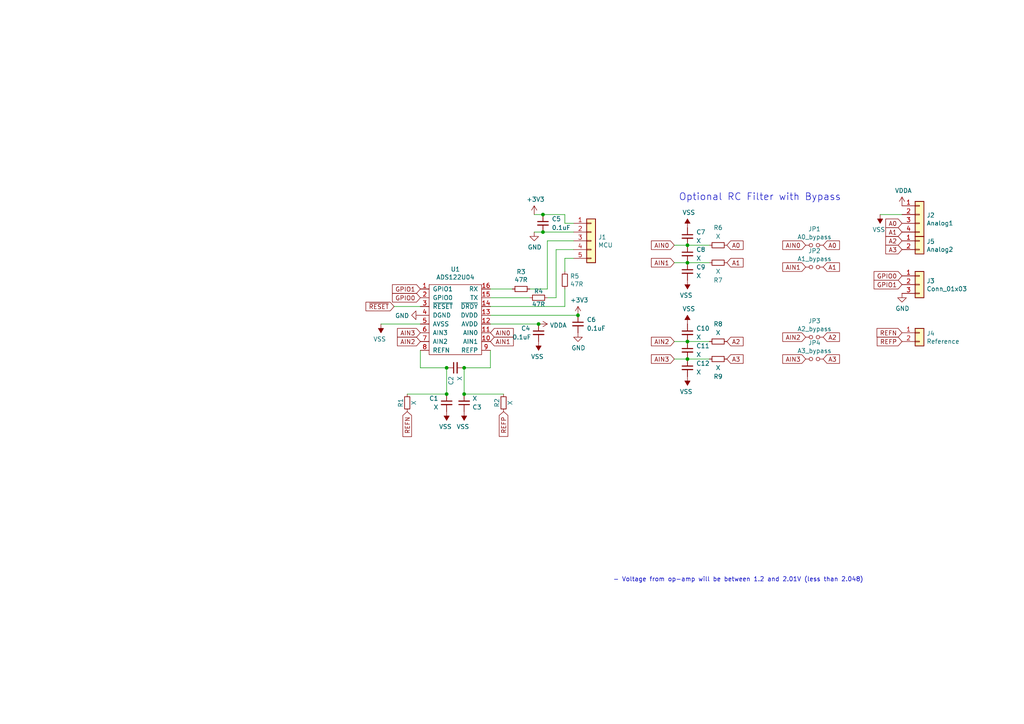
<source format=kicad_sch>
(kicad_sch (version 20230121) (generator eeschema)
  (paper "A4")
  (lib_symbols
    (symbol "Connector_Generic:Conn_01x02" (pin_names (offset 1.016) hide)
      (property "Reference" "J" (at 0 2.54 0))
      (property "Value" "Conn_01x02" (at 0 -5.08 0))
      (symbol "Conn_01x02_1_1"
        (rectangle (start -1.27 -2.413) (end 0 -2.667) (stroke (width 0.1524)))
        (rectangle (start -1.27 0.127) (end 0 -0.127) (stroke (width 0.1524)))
        (rectangle (start -1.27 1.27) (end 1.27 -3.81) (stroke (width 0.254)) (fill (type background)))
        (pin passive line (at -5.08 0 0) (length 3.81) (name "Pin_1") (number "1"))
        (pin passive line (at -5.08 -2.54 0) (length 3.81) (name "Pin_2") (number "2"))
      )
    )
    (symbol "Connector_Generic:Conn_01x03" (pin_names (offset 1.016) hide)
      (property "Reference" "J" (at 0 5.08 0))
      (property "Value" "Conn_01x03" (at 0 -5.08 0))
      (symbol "Conn_01x03_1_1"
        (rectangle (start -1.27 -2.413) (end 0 -2.667) (stroke (width 0.1524)))
        (rectangle (start -1.27 0.127) (end 0 -0.127) (stroke (width 0.1524)))
        (rectangle (start -1.27 2.667) (end 0 2.413) (stroke (width 0.1524)))
        (rectangle (start -1.27 3.81) (end 1.27 -3.81) (stroke (width 0.254)) (fill (type background)))
        (pin passive line (at -5.08 2.54 0) (length 3.81) (name "Pin_1") (number "1"))
        (pin passive line (at -5.08 0 0) (length 3.81) (name "Pin_2") (number "2"))
        (pin passive line (at -5.08 -2.54 0) (length 3.81) (name "Pin_3") (number "3"))
      )
    )
    (symbol "Connector_Generic:Conn_01x04" (pin_names (offset 1.016) hide)
      (property "Reference" "J" (at 0 5.08 0))
      (property "Value" "Conn_01x04" (at 0 -7.62 0))
      (symbol "Conn_01x04_1_1"
        (rectangle (start -1.27 -4.953) (end 0 -5.207) (stroke (width 0.1524)))
        (rectangle (start -1.27 -2.413) (end 0 -2.667) (stroke (width 0.1524)))
        (rectangle (start -1.27 0.127) (end 0 -0.127) (stroke (width 0.1524)))
        (rectangle (start -1.27 2.667) (end 0 2.413) (stroke (width 0.1524)))
        (rectangle (start -1.27 3.81) (end 1.27 -6.35) (stroke (width 0.254)) (fill (type background)))
        (pin passive line (at -5.08 2.54 0) (length 3.81) (name "Pin_1") (number "1"))
        (pin passive line (at -5.08 0 0) (length 3.81) (name "Pin_2") (number "2"))
        (pin passive line (at -5.08 -2.54 0) (length 3.81) (name "Pin_3") (number "3"))
        (pin passive line (at -5.08 -5.08 0) (length 3.81) (name "Pin_4") (number "4"))
      )
    )
    (symbol "Connector_Generic:Conn_01x05" (pin_names (offset 1.016) hide)
      (property "Reference" "J" (at 0 7.62 0))
      (property "Value" "Conn_01x05" (at 0 -7.62 0))
      (symbol "Conn_01x05_1_1"
        (rectangle (start -1.27 -4.953) (end 0 -5.207) (stroke (width 0.1524)))
        (rectangle (start -1.27 -2.413) (end 0 -2.667) (stroke (width 0.1524)))
        (rectangle (start -1.27 0.127) (end 0 -0.127) (stroke (width 0.1524)))
        (rectangle (start -1.27 2.667) (end 0 2.413) (stroke (width 0.1524)))
        (rectangle (start -1.27 5.207) (end 0 4.953) (stroke (width 0.1524)))
        (rectangle (start -1.27 6.35) (end 1.27 -6.35) (stroke (width 0.254)) (fill (type background)))
        (pin passive line (at -5.08 5.08 0) (length 3.81) (name "Pin_1") (number "1"))
        (pin passive line (at -5.08 2.54 0) (length 3.81) (name "Pin_2") (number "2"))
        (pin passive line (at -5.08 0 0) (length 3.81) (name "Pin_3") (number "3"))
        (pin passive line (at -5.08 -2.54 0) (length 3.81) (name "Pin_4") (number "4"))
        (pin passive line (at -5.08 -5.08 0) (length 3.81) (name "Pin_5") (number "5"))
      )
    )
    (symbol "DS2_Addon-rescue:Jumper_NO_Small-Device" (pin_numbers hide) (pin_names (offset 0.762) hide)
      (property "Reference" "JP" (at 0 2.032 0))
      (property "Value" "Jumper_NO_Small-Device" (at 0.254 -1.524 0))
      (symbol "Jumper_NO_Small-Device_0_1"
        (circle (center -1.016 0) (radius 0.508))
        (circle (center 1.016 0) (radius 0.508))
        (pin passive line (at -2.54 0 0) (length 1.016) (name "1") (number "1"))
        (pin passive line (at 2.54 0 180) (length 1.016) (name "2") (number "2"))
      )
    )
    (symbol "DS2_Addon:ADS122U04" (pin_names (offset 1.016))
      (property "Reference" "U" (at 0 8.89 0))
      (property "Value" "ADS122U04" (at 0 -13.97 0))
      (symbol "ADS122U04_0_1"
        (rectangle (start -7.62 7.62) (end 7.62 -12.7))
      )
      (symbol "ADS122U04_1_1"
        (pin input line (at -10.16 6.35 0) (length 2.54) (name "GPIO1") (number "1"))
        (pin input line (at 10.16 -8.89 180) (length 2.54) (name "AIN1") (number "10"))
        (pin input line (at 10.16 -6.35 180) (length 2.54) (name "AIN0") (number "11"))
        (pin input line (at 10.16 -3.81 180) (length 2.54) (name "AVDD") (number "12"))
        (pin input line (at 10.16 -1.27 180) (length 2.54) (name "DVDD") (number "13"))
        (pin input line (at 10.16 1.27 180) (length 2.54) (name "~{DRDY}") (number "14"))
        (pin input line (at 10.16 3.81 180) (length 2.54) (name "TX") (number "15"))
        (pin input line (at 10.16 6.35 180) (length 2.54) (name "RX") (number "16"))
        (pin input line (at -10.16 3.81 0) (length 2.54) (name "GPIO0") (number "2"))
        (pin input line (at -10.16 1.27 0) (length 2.54) (name "~{RESET}") (number "3"))
        (pin input line (at -10.16 -1.27 0) (length 2.54) (name "DGND") (number "4"))
        (pin input line (at -10.16 -3.81 0) (length 2.54) (name "AVSS") (number "5"))
        (pin input line (at -10.16 -6.35 0) (length 2.54) (name "AIN3") (number "6"))
        (pin input line (at -10.16 -8.89 0) (length 2.54) (name "AIN2") (number "7"))
        (pin input line (at -10.16 -11.43 0) (length 2.54) (name "REFN") (number "8"))
        (pin input line (at 10.16 -11.43 180) (length 2.54) (name "REFP") (number "9"))
      )
    )
    (symbol "Device:C_Small" (pin_numbers hide) (pin_names (offset 0.254) hide)
      (property "Reference" "C" (at 0.254 1.778 0))
      (property "Value" "C_Small" (at 0.254 -2.032 0))
      (symbol "C_Small_0_1"
        (polyline (pts (xy -1.524 -0.508) (xy 1.524 -0.508)) (stroke (width 0.3302)))
        (polyline (pts (xy -1.524 0.508) (xy 1.524 0.508)) (stroke (width 0.3048)))
      )
      (symbol "C_Small_1_1"
        (pin passive line (at 0 2.54 270) (length 2.032) (name "~") (number "1"))
        (pin passive line (at 0 -2.54 90) (length 2.032) (name "~") (number "2"))
      )
    )
    (symbol "Device:R_Small" (pin_numbers hide) (pin_names (offset 0.254) hide)
      (property "Reference" "R" (at 0.762 0.508 0))
      (property "Value" "R_Small" (at 0.762 -1.016 0))
      (symbol "R_Small_0_1"
        (rectangle (start -0.762 1.778) (end 0.762 -1.778) (stroke (width 0.2032)))
      )
      (symbol "R_Small_1_1"
        (pin passive line (at 0 2.54 270) (length 0.762) (name "~") (number "1"))
        (pin passive line (at 0 -2.54 90) (length 0.762) (name "~") (number "2"))
      )
    )
    (symbol "power:+3V3" (power) (pin_names (offset 0))
      (property "Value" "+3V3" (at 0 3.556 0))
      (symbol "+3V3_0_1"
        (polyline (pts (xy -0.762 1.27) (xy 0 2.54)))
        (polyline (pts (xy 0 0) (xy 0 2.54)))
        (polyline (pts (xy 0 2.54) (xy 0.762 1.27)))
      )
      (symbol "+3V3_1_1"
        (pin power_in line (at 0 0 90) (length 0) hide (name "+3V3") (number "1"))
      )
    )
    (symbol "power:GND" (power) (pin_names (offset 0))
      (property "Value" "GND" (at 0 -3.81 0))
      (symbol "GND_0_1"
        (polyline (pts (xy 0 0) (xy 0 -1.27) (xy 1.27 -1.27) (xy 0 -2.54) (xy -1.27 -1.27) (xy 0 -1.27)))
      )
      (symbol "GND_1_1"
        (pin power_in line (at 0 0 270) (length 0) hide (name "GND") (number "1"))
      )
    )
    (symbol "power:VDDA" (power) (pin_names (offset 0))
      (property "Value" "VDDA" (at 0 3.81 0))
      (symbol "VDDA_0_1"
        (polyline (pts (xy -0.762 1.27) (xy 0 2.54)))
        (polyline (pts (xy 0 0) (xy 0 2.54)))
        (polyline (pts (xy 0 2.54) (xy 0.762 1.27)))
      )
      (symbol "VDDA_1_1"
        (pin power_in line (at 0 0 90) (length 0) hide (name "VDDA") (number "1"))
      )
    )
    (symbol "power:VSS" (power) (pin_names (offset 0))
      (property "Value" "VSS" (at 0 3.81 0))
      (symbol "VSS_0_1"
        (polyline (pts (xy 0 0) (xy 0 2.54)))
        (polyline (pts (xy 0.762 1.27) (xy -0.762 1.27) (xy 0 2.54) (xy 0.762 1.27)) (fill (type outline)))
      )
      (symbol "VSS_1_1"
        (pin power_in line (at 0 0 90) (length 0) hide (name "VSS") (number "1"))
      )
    )
  )
  (junction (at 199.39 104.14))
  (junction (at 129.54 114.3))
  (junction (at 129.54 106.68))
  (junction (at 134.62 106.68))
  (junction (at 199.39 99.06))
  (junction (at 199.39 71.12))
  (junction (at 199.39 76.2))
  (junction (at 157.48 62.23))
  (junction (at 134.62 114.3))
  (junction (at 156.21 93.98))
  (junction (at 157.48 67.31))
  (junction (at 167.64 91.44))
  (wire (pts (xy 255.27 62.23) (xy 261.62 62.23)))
  (wire (pts (xy 142.24 106.68) (xy 134.62 106.68)))
  (wire (pts (xy 163.83 88.9) (xy 163.83 83.82)))
  (wire (pts (xy 163.83 64.77) (xy 166.37 64.77)))
  (wire (pts (xy 195.58 99.06) (xy 199.39 99.06)))
  (wire (pts (xy 157.48 67.31) (xy 166.37 67.31)))
  (wire (pts (xy 121.92 101.6) (xy 121.92 106.68)))
  (wire (pts (xy 129.54 106.68) (xy 129.54 114.3)))
  (wire (pts (xy 163.83 78.74) (xy 163.83 74.93)))
  (wire (pts (xy 199.39 99.06) (xy 205.74 99.06)))
  (wire (pts (xy 154.94 62.23) (xy 157.48 62.23)))
  (wire (pts (xy 195.58 104.14) (xy 199.39 104.14)))
  (wire (pts (xy 142.24 93.98) (xy 156.21 93.98)))
  (wire (pts (xy 154.94 67.31) (xy 157.48 67.31)))
  (wire (pts (xy 199.39 76.2) (xy 205.74 76.2)))
  (wire (pts (xy 134.62 114.3) (xy 134.62 106.68)))
  (wire (pts (xy 158.75 69.85) (xy 166.37 69.85)))
  (wire (pts (xy 157.48 62.23) (xy 163.83 62.23)))
  (wire (pts (xy 142.24 88.9) (xy 163.83 88.9)))
  (wire (pts (xy 114.3 88.9) (xy 121.92 88.9)))
  (wire (pts (xy 158.75 83.82) (xy 158.75 69.85)))
  (wire (pts (xy 163.83 62.23) (xy 163.83 64.77)))
  (wire (pts (xy 153.67 83.82) (xy 158.75 83.82)))
  (wire (pts (xy 121.92 106.68) (xy 129.54 106.68)))
  (wire (pts (xy 110.49 93.98) (xy 121.92 93.98)))
  (wire (pts (xy 199.39 71.12) (xy 205.74 71.12)))
  (wire (pts (xy 195.58 71.12) (xy 199.39 71.12)))
  (wire (pts (xy 142.24 101.6) (xy 142.24 106.68)))
  (wire (pts (xy 199.39 104.14) (xy 205.74 104.14)))
  (wire (pts (xy 195.58 76.2) (xy 199.39 76.2)))
  (wire (pts (xy 161.29 86.36) (xy 161.29 72.39)))
  (wire (pts (xy 142.24 86.36) (xy 153.67 86.36)))
  (wire (pts (xy 142.24 83.82) (xy 148.59 83.82)))
  (wire (pts (xy 142.24 91.44) (xy 167.64 91.44)))
  (wire (pts (xy 118.11 114.3) (xy 129.54 114.3)))
  (wire (pts (xy 158.75 86.36) (xy 161.29 86.36)))
  (wire (pts (xy 134.62 114.3) (xy 146.05 114.3)))
  (wire (pts (xy 163.83 74.93) (xy 166.37 74.93)))
  (wire (pts (xy 161.29 72.39) (xy 166.37 72.39)))
  (text "Optional RC Filter with Bypass" (at 196.85 58.42 0) (effects (font (size 2.0066 2.0066)) (justify left bottom)))
  (text "- Voltage from op-amp will be between 1.2 and 2.01V (less than 2.048)" (at 177.8 168.91 0) (effects (font (size 1.27 1.27)) (justify left bottom)))
  (global_label "A0" (shape input) (at 210.82 71.12 0) (property "Intersheetrefs" "${INTERSHEET_REFS}" (effects hide)))
  (global_label "AIN2" (shape input) (at 233.68 97.79 180) (property "Intersheetrefs" "${INTERSHEET_REFS}" (effects hide)))
  (global_label "GPIO1" (shape input) (at 121.92 83.82 180) (property "Intersheetrefs" "${INTERSHEET_REFS}" (effects hide)))
  (global_label "AIN2" (shape input) (at 195.58 99.06 180) (property "Intersheetrefs" "${INTERSHEET_REFS}" (effects hide)))
  (global_label "GPIO1" (shape input) (at 261.62 82.55 180) (property "Intersheetrefs" "${INTERSHEET_REFS}" (effects hide)))
  (global_label "GPIO0" (shape input) (at 121.92 86.36 180) (property "Intersheetrefs" "${INTERSHEET_REFS}" (effects hide)))
  (global_label "AIN0" (shape input) (at 195.58 71.12 180) (property "Intersheetrefs" "${INTERSHEET_REFS}" (effects hide)))
  (global_label "A3" (shape input) (at 238.76 104.14 0) (property "Intersheetrefs" "${INTERSHEET_REFS}" (effects hide)))
  (global_label "A2" (shape input) (at 210.82 99.06 0) (property "Intersheetrefs" "${INTERSHEET_REFS}" (effects hide)))
  (global_label "AIN1" (shape input) (at 195.58 76.2 180) (property "Intersheetrefs" "${INTERSHEET_REFS}" (effects hide)))
  (global_label "REFP" (shape input) (at 146.05 119.38 270) (property "Intersheetrefs" "${INTERSHEET_REFS}" (effects hide)))
  (global_label "AIN1" (shape input) (at 233.68 77.47 180) (property "Intersheetrefs" "${INTERSHEET_REFS}" (effects hide)))
  (global_label "AIN3" (shape input) (at 195.58 104.14 180) (property "Intersheetrefs" "${INTERSHEET_REFS}" (effects hide)))
  (global_label "A2" (shape input) (at 238.76 97.79 0) (property "Intersheetrefs" "${INTERSHEET_REFS}" (effects hide)))
  (global_label "~{RESET}" (shape input) (at 114.3 88.9 180) (property "Intersheetrefs" "${INTERSHEET_REFS}" (effects hide)))
  (global_label "REFN" (shape input) (at 261.62 96.52 180) (property "Intersheetrefs" "${INTERSHEET_REFS}" (effects hide)))
  (global_label "A1" (shape input) (at 238.76 77.47 0) (property "Intersheetrefs" "${INTERSHEET_REFS}" (effects hide)))
  (global_label "A0" (shape input) (at 238.76 71.12 0) (property "Intersheetrefs" "${INTERSHEET_REFS}" (effects hide)))
  (global_label "A1" (shape input) (at 210.82 76.2 0) (property "Intersheetrefs" "${INTERSHEET_REFS}" (effects hide)))
  (global_label "AIN3" (shape input) (at 121.92 96.52 180) (property "Intersheetrefs" "${INTERSHEET_REFS}" (effects hide)))
  (global_label "A3" (shape input) (at 261.62 72.39 180) (property "Intersheetrefs" "${INTERSHEET_REFS}" (effects hide)))
  (global_label "REFN" (shape input) (at 118.11 119.38 270) (property "Intersheetrefs" "${INTERSHEET_REFS}" (effects hide)))
  (global_label "AIN2" (shape input) (at 121.92 99.06 180) (property "Intersheetrefs" "${INTERSHEET_REFS}" (effects hide)))
  (global_label "A1" (shape input) (at 261.62 67.31 180) (property "Intersheetrefs" "${INTERSHEET_REFS}" (effects hide)))
  (global_label "A3" (shape input) (at 210.82 104.14 0) (property "Intersheetrefs" "${INTERSHEET_REFS}" (effects hide)))
  (global_label "AIN3" (shape input) (at 233.68 104.14 180) (property "Intersheetrefs" "${INTERSHEET_REFS}" (effects hide)))
  (global_label "AIN1" (shape input) (at 142.24 99.06 0) (property "Intersheetrefs" "${INTERSHEET_REFS}" (effects hide)))
  (global_label "AIN0" (shape input) (at 233.68 71.12 180) (property "Intersheetrefs" "${INTERSHEET_REFS}" (effects hide)))
  (global_label "A2" (shape input) (at 261.62 69.85 180) (property "Intersheetrefs" "${INTERSHEET_REFS}" (effects hide)))
  (global_label "A0" (shape input) (at 261.62 64.77 180) (property "Intersheetrefs" "${INTERSHEET_REFS}" (effects hide)))
  (global_label "REFP" (shape input) (at 261.62 99.06 180) (property "Intersheetrefs" "${INTERSHEET_REFS}" (effects hide)))
  (global_label "GPIO0" (shape input) (at 261.62 80.01 180) (property "Intersheetrefs" "${INTERSHEET_REFS}" (effects hide)))
  (global_label "AIN0" (shape input) (at 142.24 96.52 0) (property "Intersheetrefs" "${INTERSHEET_REFS}" (effects hide)))
  (symbol (lib_id "DS2_Addon:ADS122U04") (at 132.08 90.17 0) (unit 1)
    (property "Reference" "U1" (at 132.08 78.105 0))
    (property "Value" "ADS122U04" (at 132.08 80.4164 0))
    (property "Footprint" "Package_SO:TSSOP-16_4.4x5mm_P0.65mm" (effects hide))
  )
  (symbol (lib_id "power:GND") (at 121.92 91.44 270) (unit 1)
    (property "Reference" "#PWR0101" (effects hide))
    (property "Value" "GND" (at 118.6688 91.567 90) (effects (justify right)))
  )
  (symbol (lib_id "power:+3V3") (at 167.64 91.44 0) (unit 1)
    (property "Reference" "#PWR0102" (effects hide))
    (property "Value" "+3V3" (at 168.021 87.0458 0))
  )
  (symbol (lib_id "Device:C_Small") (at 156.21 96.52 0) (unit 1)
    (property "Reference" "C4" (at 151.13 95.25 0) (effects (justify left)))
    (property "Value" "0.1uF" (at 148.59 97.79 0) (effects (justify left)))
    (property "Footprint" "Capacitor_SMD:C_0805_2012Metric" (effects hide))
    (property "Datasheet" "C49678" (effects hide))
    (property "LCSC" "C49678" (effects hide))
  )
  (symbol (lib_id "Device:C_Small") (at 167.64 93.98 0) (unit 1)
    (property "Reference" "C6" (at 170.18 92.71 0) (effects (justify left)))
    (property "Value" "0.1uF" (at 170.18 95.25 0) (effects (justify left)))
    (property "Footprint" "Capacitor_SMD:C_0805_2012Metric" (effects hide))
    (property "Datasheet" "C49678" (effects hide))
    (property "LCSC" "C49678" (effects hide))
  )
  (symbol (lib_id "power:GND") (at 167.64 96.52 0) (unit 1)
    (property "Reference" "#PWR0104" (effects hide))
    (property "Value" "GND" (at 167.767 100.9142 0))
  )
  (symbol (lib_id "power:VSS") (at 110.49 93.98 180) (unit 1)
    (property "Reference" "#PWR0105" (effects hide))
    (property "Value" "VSS" (at 110.109 98.3742 0))
  )
  (symbol (lib_id "power:VSS") (at 156.21 99.06 180) (unit 1)
    (property "Reference" "#PWR0106" (effects hide))
    (property "Value" "VSS" (at 155.829 103.4542 0))
  )
  (symbol (lib_id "Connector_Generic:Conn_01x05") (at 171.45 69.85 0) (unit 1)
    (property "Reference" "J1" (at 173.482 68.7832 0) (effects (justify left)))
    (property "Value" "MCU" (at 173.482 71.0946 0) (effects (justify left)))
    (property "Footprint" "Connector_PinHeader_2.54mm:PinHeader_1x05_P2.54mm_Vertical" (effects hide))
  )
  (symbol (lib_id "power:+3V3") (at 154.94 62.23 0) (unit 1)
    (property "Reference" "#PWR0107" (effects hide))
    (property "Value" "+3V3" (at 155.321 57.8358 0))
  )
  (symbol (lib_id "power:GND") (at 154.94 67.31 0) (unit 1)
    (property "Reference" "#PWR0108" (effects hide))
    (property "Value" "GND" (at 155.067 71.7042 0))
  )
  (symbol (lib_id "Device:R_Small") (at 151.13 83.82 270) (unit 1)
    (property "Reference" "R3" (at 151.13 78.8416 90))
    (property "Value" "47R" (at 151.13 81.153 90))
    (property "Footprint" "Resistor_SMD:R_0805_2012Metric" (effects hide))
    (property "LCSC" "C17714" (effects hide))
  )
  (symbol (lib_id "Device:R_Small") (at 156.21 86.36 270) (unit 1)
    (property "Reference" "R4" (at 156.21 84.455 90))
    (property "Value" "47R" (at 156.21 88.265 90))
    (property "Footprint" "Resistor_SMD:R_0805_2012Metric" (effects hide))
    (property "LCSC" "C17714" (effects hide))
  )
  (symbol (lib_id "Device:R_Small") (at 163.83 81.28 180) (unit 1)
    (property "Reference" "R5" (at 165.3286 80.1116 0) (effects (justify right)))
    (property "Value" "47R" (at 165.3286 82.423 0) (effects (justify right)))
    (property "Footprint" "Resistor_SMD:R_0805_2012Metric" (effects hide))
    (property "LCSC" "C17714" (effects hide))
  )
  (symbol (lib_id "Device:C_Small") (at 157.48 64.77 0) (unit 1)
    (property "Reference" "C5" (at 160.02 63.5 0) (effects (justify left)))
    (property "Value" "0.1uF" (at 160.02 66.04 0) (effects (justify left)))
    (property "Footprint" "Capacitor_SMD:C_0805_2012Metric" (effects hide))
    (property "Datasheet" "C49678" (effects hide))
    (property "LCSC" "C49678" (effects hide))
  )
  (symbol (lib_id "Device:C_Small") (at 132.08 106.68 90) (unit 1)
    (property "Reference" "C2" (at 130.81 111.76 0) (effects (justify left)))
    (property "Value" "X" (at 133.35 110.49 0) (effects (justify left)))
    (property "Footprint" "Capacitor_SMD:C_0805_2012Metric" (effects hide))
  )
  (symbol (lib_id "Device:C_Small") (at 129.54 116.84 0) (unit 1)
    (property "Reference" "C1" (at 124.46 115.57 0) (effects (justify left)))
    (property "Value" "X" (at 125.73 118.11 0) (effects (justify left)))
    (property "Footprint" "Capacitor_SMD:C_0805_2012Metric" (effects hide))
  )
  (symbol (lib_id "Device:C_Small") (at 134.62 116.84 180) (unit 1)
    (property "Reference" "C3" (at 139.7 118.11 0) (effects (justify left)))
    (property "Value" "X" (at 138.43 115.57 0) (effects (justify left)))
    (property "Footprint" "Capacitor_SMD:C_0805_2012Metric" (effects hide))
  )
  (symbol (lib_id "Device:R_Small") (at 146.05 116.84 0) (mirror x) (unit 1)
    (property "Reference" "R2" (at 144.145 116.84 90))
    (property "Value" "X" (at 147.955 116.84 90))
    (property "Footprint" "Resistor_SMD:R_0805_2012Metric" (effects hide))
  )
  (symbol (lib_id "Device:R_Small") (at 118.11 116.84 0) (unit 1)
    (property "Reference" "R1" (at 116.205 116.84 90))
    (property "Value" "X" (at 120.015 116.84 90))
    (property "Footprint" "Resistor_SMD:R_0805_2012Metric" (effects hide))
  )
  (symbol (lib_id "power:VSS") (at 129.54 119.38 180) (unit 1)
    (property "Reference" "#PWR0109" (effects hide))
    (property "Value" "VSS" (at 129.159 123.7742 0))
  )
  (symbol (lib_id "power:VSS") (at 134.62 119.38 180) (unit 1)
    (property "Reference" "#PWR0110" (effects hide))
    (property "Value" "VSS" (at 134.239 123.7742 0))
  )
  (symbol (lib_id "Device:C_Small") (at 199.39 73.66 0) (unit 1)
    (property "Reference" "C8" (at 201.93 72.39 0) (effects (justify left)))
    (property "Value" "X" (at 201.93 74.93 0) (effects (justify left)))
    (property "Footprint" "Capacitor_SMD:C_0805_2012Metric" (effects hide))
  )
  (symbol (lib_id "Device:C_Small") (at 199.39 78.74 0) (unit 1)
    (property "Reference" "C9" (at 201.93 77.47 0) (effects (justify left)))
    (property "Value" "X" (at 201.93 80.01 0) (effects (justify left)))
    (property "Footprint" "Capacitor_SMD:C_0805_2012Metric" (effects hide))
  )
  (symbol (lib_id "Device:C_Small") (at 199.39 68.58 0) (unit 1)
    (property "Reference" "C7" (at 201.93 67.31 0) (effects (justify left)))
    (property "Value" "X" (at 201.93 69.85 0) (effects (justify left)))
    (property "Footprint" "Capacitor_SMD:C_0805_2012Metric" (effects hide))
  )
  (symbol (lib_id "power:VSS") (at 199.39 81.28 180) (unit 1)
    (property "Reference" "#PWR0111" (effects hide))
    (property "Value" "VSS" (at 199.009 85.6742 0))
  )
  (symbol (lib_id "power:VSS") (at 199.39 66.04 0) (unit 1)
    (property "Reference" "#PWR0112" (effects hide))
    (property "Value" "VSS" (at 199.771 61.6458 0))
  )
  (symbol (lib_id "Device:R_Small") (at 208.28 76.2 270) (unit 1)
    (property "Reference" "R7" (at 208.28 81.28 90))
    (property "Value" "X" (at 208.28 78.74 90))
    (property "Footprint" "Resistor_SMD:R_0805_2012Metric" (effects hide))
  )
  (symbol (lib_id "Device:R_Small") (at 208.28 71.12 90) (unit 1)
    (property "Reference" "R6" (at 208.28 66.04 90))
    (property "Value" "X" (at 208.28 68.58 90))
    (property "Footprint" "Resistor_SMD:R_0805_2012Metric" (effects hide))
  )
  (symbol (lib_id "Device:C_Small") (at 199.39 101.6 0) (unit 1)
    (property "Reference" "C11" (at 201.93 100.33 0) (effects (justify left)))
    (property "Value" "X" (at 201.93 102.87 0) (effects (justify left)))
    (property "Footprint" "Capacitor_SMD:C_0805_2012Metric" (effects hide))
  )
  (symbol (lib_id "Device:C_Small") (at 199.39 106.68 0) (unit 1)
    (property "Reference" "C12" (at 201.93 105.41 0) (effects (justify left)))
    (property "Value" "X" (at 201.93 107.95 0) (effects (justify left)))
    (property "Footprint" "Capacitor_SMD:C_0805_2012Metric" (effects hide))
  )
  (symbol (lib_id "Device:C_Small") (at 199.39 96.52 0) (unit 1)
    (property "Reference" "C10" (at 201.93 95.25 0) (effects (justify left)))
    (property "Value" "X" (at 201.93 97.79 0) (effects (justify left)))
    (property "Footprint" "Capacitor_SMD:C_0805_2012Metric" (effects hide))
  )
  (symbol (lib_id "power:VSS") (at 199.39 109.22 180) (unit 1)
    (property "Reference" "#PWR0113" (effects hide))
    (property "Value" "VSS" (at 199.009 113.6142 0))
  )
  (symbol (lib_id "power:VSS") (at 199.39 93.98 0) (unit 1)
    (property "Reference" "#PWR0114" (effects hide))
    (property "Value" "VSS" (at 199.771 89.5858 0))
  )
  (symbol (lib_id "Device:R_Small") (at 208.28 104.14 270) (unit 1)
    (property "Reference" "R9" (at 208.28 109.22 90))
    (property "Value" "X" (at 208.28 106.68 90))
    (property "Footprint" "Resistor_SMD:R_0805_2012Metric" (effects hide))
  )
  (symbol (lib_id "Device:R_Small") (at 208.28 99.06 90) (unit 1)
    (property "Reference" "R8" (at 208.28 93.98 90))
    (property "Value" "X" (at 208.28 96.52 90))
    (property "Footprint" "Resistor_SMD:R_0805_2012Metric" (effects hide))
  )
  (symbol (lib_id "DS2_Addon-rescue:Jumper_NO_Small-Device") (at 236.22 71.12 0) (unit 1)
    (property "Reference" "JP1" (at 236.22 66.421 0))
    (property "Value" "A0_bypass" (at 236.22 68.7324 0))
    (property "Footprint" "Jumper:SolderJumper-2_P1.3mm_Open_Pad1.0x1.5mm" (effects hide))
  )
  (symbol (lib_id "DS2_Addon-rescue:Jumper_NO_Small-Device") (at 236.22 77.47 0) (unit 1)
    (property "Reference" "JP2" (at 236.22 72.771 0))
    (property "Value" "A1_bypass" (at 236.22 75.0824 0))
    (property "Footprint" "Jumper:SolderJumper-2_P1.3mm_Open_Pad1.0x1.5mm" (effects hide))
  )
  (symbol (lib_id "DS2_Addon-rescue:Jumper_NO_Small-Device") (at 236.22 104.14 0) (unit 1)
    (property "Reference" "JP4" (at 236.22 99.441 0))
    (property "Value" "A3_bypass" (at 236.22 101.7524 0))
    (property "Footprint" "Jumper:SolderJumper-2_P1.3mm_Open_Pad1.0x1.5mm" (effects hide))
  )
  (symbol (lib_id "DS2_Addon-rescue:Jumper_NO_Small-Device") (at 236.22 97.79 0) (unit 1)
    (property "Reference" "JP3" (at 236.22 93.091 0))
    (property "Value" "A2_bypass" (at 236.22 95.4024 0))
    (property "Footprint" "Jumper:SolderJumper-2_P1.3mm_Open_Pad1.0x1.5mm" (effects hide))
  )
  (symbol (lib_id "Connector_Generic:Conn_01x03") (at 266.7 82.55 0) (unit 1)
    (property "Reference" "J3" (at 268.732 81.4832 0) (effects (justify left)))
    (property "Value" "Conn_01x03" (at 268.732 83.7946 0) (effects (justify left)))
    (property "Footprint" "Connector_PinHeader_2.54mm:PinHeader_1x03_P2.54mm_Vertical" (effects hide))
  )
  (symbol (lib_id "power:VSS") (at 255.27 62.23 180) (unit 1)
    (property "Reference" "#PWR0103" (effects hide))
    (property "Value" "VSS" (at 254.889 66.6242 0))
  )
  (symbol (lib_id "power:VDDA") (at 156.21 93.98 270) (unit 1)
    (property "Reference" "#PWR0115" (effects hide))
    (property "Value" "VDDA" (at 159.4612 94.361 90) (effects (justify left)))
  )
  (symbol (lib_id "power:VDDA") (at 261.62 59.69 0) (unit 1)
    (property "Reference" "#PWR0116" (effects hide))
    (property "Value" "VDDA" (at 262.001 55.2958 0))
  )
  (symbol (lib_id "Connector_Generic:Conn_01x02") (at 266.7 96.52 0) (unit 1)
    (property "Reference" "J4" (at 268.732 96.7232 0) (effects (justify left)))
    (property "Value" "Reference" (at 268.732 99.0346 0) (effects (justify left)))
    (property "Footprint" "Connector_PinHeader_2.54mm:PinHeader_1x02_P2.54mm_Vertical" (effects hide))
  )
  (symbol (lib_id "power:GND") (at 261.62 85.09 0) (unit 1)
    (property "Reference" "#PWR0117" (effects hide))
    (property "Value" "GND" (at 261.747 89.4842 0))
  )
  (symbol (lib_id "Connector_Generic:Conn_01x04") (at 266.7 62.23 0) (unit 1)
    (property "Reference" "J2" (at 268.732 62.4332 0) (effects (justify left)))
    (property "Value" "Analog1" (at 268.732 64.7446 0) (effects (justify left)))
    (property "Footprint" "Connector_PinHeader_2.54mm:PinHeader_1x04_P2.54mm_Vertical" (effects hide))
  )
  (symbol (lib_id "Connector_Generic:Conn_01x02") (at 266.7 69.85 0) (unit 1)
    (property "Reference" "J5" (at 268.732 70.0532 0) (effects (justify left)))
    (property "Value" "Analog2" (at 268.732 72.3646 0) (effects (justify left)))
    (property "Footprint" "Connector_PinHeader_2.54mm:PinHeader_1x02_P2.54mm_Vertical" (effects hide))
  )
)
</source>
